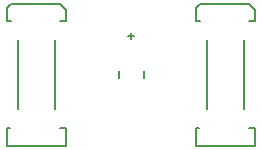
<source format=gto>
G04*
G04 #@! TF.GenerationSoftware,Altium Limited,Altium Designer,21.7.2 (23)*
G04*
G04 Layer_Color=65535*
%FSLAX44Y44*%
%MOMM*%
G71*
G04*
G04 #@! TF.SameCoordinates,36EB1093-65A2-4246-8E07-8049FD4230EB*
G04*
G04*
G04 #@! TF.FilePolarity,Positive*
G04*
G01*
G75*
%ADD10C,0.2000*%
%ADD11C,0.1270*%
%ADD12C,0.1500*%
D10*
X10521Y-2499D02*
Y3001D01*
X-10479Y-2499D02*
Y3001D01*
X21Y30251D02*
Y35251D01*
X-2479Y32751D02*
X2521D01*
D11*
X-95695Y-29050D02*
Y29050D01*
X-64295Y-29050D02*
Y29050D01*
X64305Y-29050D02*
Y29050D01*
X95705Y-29050D02*
Y29050D01*
D12*
X-55850Y55905D02*
X-55000Y55055D01*
X-105000Y56005D02*
Y56855D01*
Y-45000D02*
X-102384D01*
X-60073Y-44995D02*
X-55000D01*
X-60086Y45021D02*
X-55000D01*
X-105000Y45063D02*
X-101799D01*
X-105000Y-60000D02*
Y-45000D01*
X-55000Y-60000D02*
Y-44995D01*
Y45021D02*
Y55055D01*
X-101855Y60000D02*
X-59945D01*
X-105000Y-60000D02*
X-55000D01*
X-59945Y60000D02*
X-55850Y55905D01*
X-105000Y56855D02*
X-101855Y60000D01*
X-105000Y45063D02*
Y56005D01*
X104150Y55905D02*
X105000Y55055D01*
X55000Y56005D02*
Y56855D01*
Y-45000D02*
X57616D01*
X99927Y-44995D02*
X105000D01*
X99914Y45021D02*
X105000D01*
X55000Y45063D02*
X58201D01*
X55000Y-60000D02*
Y-45000D01*
X105000Y-60000D02*
Y-44995D01*
Y45021D02*
Y55055D01*
X58145Y60000D02*
X100055D01*
X55000Y-60000D02*
X105000D01*
X100055Y60000D02*
X104150Y55905D01*
X55000Y56855D02*
X58145Y60000D01*
X55000Y45063D02*
Y56005D01*
M02*

</source>
